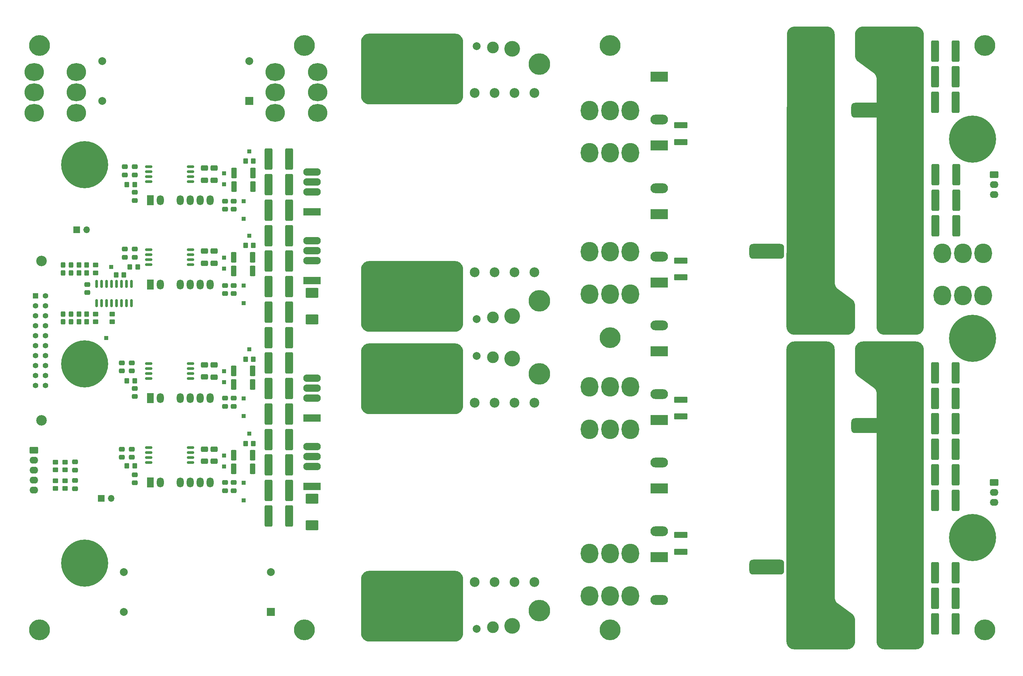
<source format=gbr>
%TF.GenerationSoftware,KiCad,Pcbnew,7.0.6*%
%TF.CreationDate,2023-08-12T12:52:26-07:00*%
%TF.ProjectId,Aux Power Supply V5,41757820-506f-4776-9572-20537570706c,rev?*%
%TF.SameCoordinates,Original*%
%TF.FileFunction,Soldermask,Top*%
%TF.FilePolarity,Negative*%
%FSLAX46Y46*%
G04 Gerber Fmt 4.6, Leading zero omitted, Abs format (unit mm)*
G04 Created by KiCad (PCBNEW 7.0.6) date 2023-08-12 12:52:26*
%MOMM*%
%LPD*%
G01*
G04 APERTURE LIST*
G04 Aperture macros list*
%AMRoundRect*
0 Rectangle with rounded corners*
0 $1 Rounding radius*
0 $2 $3 $4 $5 $6 $7 $8 $9 X,Y pos of 4 corners*
0 Add a 4 corners polygon primitive as box body*
4,1,4,$2,$3,$4,$5,$6,$7,$8,$9,$2,$3,0*
0 Add four circle primitives for the rounded corners*
1,1,$1+$1,$2,$3*
1,1,$1+$1,$4,$5*
1,1,$1+$1,$6,$7*
1,1,$1+$1,$8,$9*
0 Add four rect primitives between the rounded corners*
20,1,$1+$1,$2,$3,$4,$5,0*
20,1,$1+$1,$4,$5,$6,$7,0*
20,1,$1+$1,$6,$7,$8,$9,0*
20,1,$1+$1,$8,$9,$2,$3,0*%
G04 Aperture macros list end*
%ADD10RoundRect,0.249999X0.737501X2.450001X-0.737501X2.450001X-0.737501X-2.450001X0.737501X-2.450001X0*%
%ADD11R,4.500000X2.500000*%
%ADD12O,4.500000X2.500000*%
%ADD13RoundRect,0.250000X0.650000X-0.412500X0.650000X0.412500X-0.650000X0.412500X-0.650000X-0.412500X0*%
%ADD14RoundRect,0.250000X-0.475000X0.337500X-0.475000X-0.337500X0.475000X-0.337500X0.475000X0.337500X0*%
%ADD15RoundRect,0.250000X1.450000X-0.537500X1.450000X0.537500X-1.450000X0.537500X-1.450000X-0.537500X0*%
%ADD16C,5.300000*%
%ADD17O,4.500000X5.000000*%
%ADD18R,1.000000X1.000000*%
%ADD19R,1.700000X1.700000*%
%ADD20O,1.700000X1.700000*%
%ADD21O,5.000000X4.500000*%
%ADD22RoundRect,0.250000X0.350000X0.450000X-0.350000X0.450000X-0.350000X-0.450000X0.350000X-0.450000X0*%
%ADD23RoundRect,0.150000X-0.750000X-0.150000X0.750000X-0.150000X0.750000X0.150000X-0.750000X0.150000X0*%
%ADD24RoundRect,0.250000X-0.350000X-0.450000X0.350000X-0.450000X0.350000X0.450000X-0.350000X0.450000X0*%
%ADD25RoundRect,0.250000X0.450000X-0.350000X0.450000X0.350000X-0.450000X0.350000X-0.450000X-0.350000X0*%
%ADD26RoundRect,0.249999X0.450001X1.075001X-0.450001X1.075001X-0.450001X-1.075001X0.450001X-1.075001X0*%
%ADD27RoundRect,0.250000X0.475000X-0.337500X0.475000X0.337500X-0.475000X0.337500X-0.475000X-0.337500X0*%
%ADD28R,4.500000X1.905000*%
%ADD29O,4.500000X1.905000*%
%ADD30RoundRect,0.250000X0.300000X-0.300000X0.300000X0.300000X-0.300000X0.300000X-0.300000X-0.300000X0*%
%ADD31C,12.000000*%
%ADD32R,1.800000X2.540000*%
%ADD33O,1.800000X2.540000*%
%ADD34RoundRect,0.250000X-0.450000X0.350000X-0.450000X-0.350000X0.450000X-0.350000X0.450000X0.350000X0*%
%ADD35RoundRect,0.250000X1.400000X1.000000X-1.400000X1.000000X-1.400000X-1.000000X1.400000X-1.000000X0*%
%ADD36R,2.006600X2.006600*%
%ADD37C,2.006600*%
%ADD38RoundRect,0.952500X3.492500X0.952500X-3.492500X0.952500X-3.492500X-0.952500X3.492500X-0.952500X0*%
%ADD39RoundRect,0.250000X-0.325000X-0.450000X0.325000X-0.450000X0.325000X0.450000X-0.325000X0.450000X0*%
%ADD40RoundRect,0.250000X-0.845000X0.620000X-0.845000X-0.620000X0.845000X-0.620000X0.845000X0.620000X0*%
%ADD41O,2.190000X1.740000*%
%ADD42C,2.000000*%
%ADD43C,3.000000*%
%ADD44C,4.000000*%
%ADD45C,5.500000*%
%ADD46C,2.500000*%
%ADD47C,10.000000*%
%ADD48C,5.000000*%
%ADD49RoundRect,0.150000X0.150000X-0.825000X0.150000X0.825000X-0.150000X0.825000X-0.150000X-0.825000X0*%
%ADD50C,2.690000*%
%ADD51R,1.398000X1.398000*%
%ADD52C,1.398000*%
%ADD53C,8.500000*%
G04 APERTURE END LIST*
D10*
%TO.C,C70*%
X316137500Y-173500000D03*
X310862500Y-173500000D03*
%TD*%
D11*
%TO.C,R36*%
X240500000Y-177000000D03*
D12*
X240500000Y-187900000D03*
%TD*%
D13*
%TO.C,C54*%
X127000000Y-98427500D03*
X127000000Y-95302500D03*
%TD*%
D14*
%TO.C,C33*%
X132000000Y-175462500D03*
X132000000Y-177537500D03*
%TD*%
D15*
%TO.C,C63*%
X246000000Y-123137500D03*
X246000000Y-118862500D03*
%TD*%
D16*
%TO.C,H4*%
X323600000Y-213000000D03*
%TD*%
%TO.C,H8*%
X228000000Y-64000000D03*
%TD*%
D10*
%TO.C,C82*%
X316275000Y-97000000D03*
X311000000Y-97000000D03*
%TD*%
D17*
%TO.C,J9*%
X222790000Y-116600000D03*
X222790000Y-127400000D03*
X228000000Y-116600000D03*
X228000000Y-127400000D03*
X233210000Y-116600000D03*
X233210000Y-127400000D03*
%TD*%
%TO.C,J8*%
X222790000Y-80600000D03*
X222790000Y-91400000D03*
X228000000Y-80600000D03*
X228000000Y-91400000D03*
X233210000Y-80600000D03*
X233210000Y-91400000D03*
%TD*%
D10*
%TO.C,C9*%
X146137500Y-119000000D03*
X140862500Y-119000000D03*
%TD*%
%TO.C,C17*%
X146137500Y-99500000D03*
X140862500Y-99500000D03*
%TD*%
%TO.C,C80*%
X316275000Y-110000000D03*
X311000000Y-110000000D03*
%TD*%
D18*
%TO.C,TP13*%
X136000000Y-91000000D03*
%TD*%
D19*
%TO.C,JP2*%
X91975000Y-111000000D03*
D20*
X94515000Y-111000000D03*
%TD*%
D10*
%TO.C,C7*%
X146137500Y-132000000D03*
X140862500Y-132000000D03*
%TD*%
D18*
%TO.C,TP10*%
X134500000Y-129750000D03*
%TD*%
D16*
%TO.C,H1*%
X82500000Y-64000000D03*
%TD*%
D21*
%TO.C,J1*%
X142600000Y-81210000D03*
X153400000Y-81210000D03*
X142600000Y-76000000D03*
X153400000Y-76000000D03*
X142600000Y-70790000D03*
X153400000Y-70790000D03*
%TD*%
D10*
%TO.C,C76*%
X316137500Y-65500000D03*
X310862500Y-65500000D03*
%TD*%
D16*
%TO.C,H12*%
X150000000Y-213000000D03*
%TD*%
D10*
%TO.C,C79*%
X316137500Y-72000000D03*
X310862500Y-72000000D03*
%TD*%
D22*
%TO.C,R10*%
X94500000Y-122000000D03*
X92500000Y-122000000D03*
%TD*%
D14*
%TO.C,C39*%
X104250000Y-115962500D03*
X104250000Y-118037500D03*
%TD*%
D23*
%TO.C,U7*%
X110350000Y-94960000D03*
X110350000Y-96230000D03*
X110350000Y-97500000D03*
X110350000Y-98770000D03*
X121000000Y-98770000D03*
X121000000Y-97500000D03*
X121000000Y-96230000D03*
X121000000Y-94960000D03*
%TD*%
D14*
%TO.C,C43*%
X106750000Y-115962500D03*
X106750000Y-118037500D03*
%TD*%
D24*
%TO.C,R32*%
X135000000Y-165500000D03*
X137000000Y-165500000D03*
%TD*%
D25*
%TO.C,R13*%
X96750000Y-134500000D03*
X96750000Y-132500000D03*
%TD*%
D24*
%TO.C,R9*%
X92500000Y-134500000D03*
X94500000Y-134500000D03*
%TD*%
D26*
%TO.C,R26*%
X136800000Y-147000000D03*
X132000000Y-147000000D03*
%TD*%
D10*
%TO.C,C5*%
X146137500Y-125500000D03*
X140862500Y-125500000D03*
%TD*%
D11*
%TO.C,D12*%
X240500000Y-194500000D03*
D12*
X240500000Y-205400000D03*
%TD*%
D14*
%TO.C,C45*%
X103500000Y-166962500D03*
X103500000Y-169037500D03*
%TD*%
D10*
%TO.C,C77*%
X316137500Y-211500000D03*
X310862500Y-211500000D03*
%TD*%
D27*
%TO.C,C92*%
X106750000Y-175537500D03*
X106750000Y-173462500D03*
%TD*%
D10*
%TO.C,C83*%
X316275000Y-103500000D03*
X311000000Y-103500000D03*
%TD*%
%TO.C,C8*%
X146137500Y-171000000D03*
X140862500Y-171000000D03*
%TD*%
D18*
%TO.C,TP5*%
X134500000Y-103750000D03*
%TD*%
%TO.C,TP9*%
X134500000Y-108250000D03*
%TD*%
D10*
%TO.C,C6*%
X146137500Y-184000000D03*
X140862500Y-184000000D03*
%TD*%
D28*
%TO.C,Q1*%
X151990000Y-106480000D03*
D29*
X151990000Y-101400000D03*
X151990000Y-98860000D03*
X151990000Y-96320000D03*
%TD*%
D30*
%TO.C,D2*%
X129500000Y-120900000D03*
X129500000Y-118100000D03*
%TD*%
D11*
%TO.C,R33*%
X240500000Y-72000000D03*
D12*
X240500000Y-82900000D03*
%TD*%
D13*
%TO.C,C56*%
X124500000Y-119562500D03*
X124500000Y-116437500D03*
%TD*%
D14*
%TO.C,C30*%
X129750000Y-103712500D03*
X129750000Y-105787500D03*
%TD*%
D13*
%TO.C,C57*%
X127000000Y-119562500D03*
X127000000Y-116437500D03*
%TD*%
%TO.C,C52*%
X124500000Y-170062500D03*
X124500000Y-166937500D03*
%TD*%
D15*
%TO.C,C64*%
X246000000Y-158637500D03*
X246000000Y-154362500D03*
%TD*%
D14*
%TO.C,C18*%
X91500000Y-170212500D03*
X91500000Y-172287500D03*
%TD*%
D31*
%TO.C,H13*%
X320500000Y-189500200D03*
%TD*%
D26*
%TO.C,R22*%
X136900000Y-96500000D03*
X132100000Y-96500000D03*
%TD*%
D10*
%TO.C,C4*%
X146137500Y-145000000D03*
X140862500Y-145000000D03*
%TD*%
%TO.C,C81*%
X316137500Y-198500000D03*
X310862500Y-198500000D03*
%TD*%
D32*
%TO.C,U3*%
X110760000Y-103500000D03*
D33*
X113300000Y-103500000D03*
X118380000Y-103500000D03*
X120920000Y-103500000D03*
X123460000Y-103500000D03*
X126000000Y-103500000D03*
%TD*%
D10*
%TO.C,C11*%
X146137500Y-112500000D03*
X140862500Y-112500000D03*
%TD*%
D26*
%TO.C,R23*%
X136800000Y-121500000D03*
X132000000Y-121500000D03*
%TD*%
D18*
%TO.C,TP8*%
X134500000Y-175500000D03*
%TD*%
D14*
%TO.C,C40*%
X103500000Y-144962500D03*
X103500000Y-147037500D03*
%TD*%
D34*
%TO.C,R6*%
X86500000Y-170250000D03*
X86500000Y-172250000D03*
%TD*%
D26*
%TO.C,R27*%
X136800000Y-172000000D03*
X132000000Y-172000000D03*
%TD*%
D14*
%TO.C,C37*%
X129750000Y-175462500D03*
X129750000Y-177537500D03*
%TD*%
D35*
%TO.C,D7*%
X152000000Y-133900000D03*
X152000000Y-127100000D03*
%TD*%
D10*
%TO.C,C68*%
X316137500Y-180000000D03*
X310862500Y-180000000D03*
%TD*%
D18*
%TO.C,TP12*%
X134500000Y-180000000D03*
%TD*%
D15*
%TO.C,C65*%
X246000000Y-193137500D03*
X246000000Y-188862500D03*
%TD*%
D34*
%TO.C,R38*%
X89000000Y-175000000D03*
X89000000Y-177000000D03*
%TD*%
D27*
%TO.C,C88*%
X91500000Y-177037500D03*
X91500000Y-174962500D03*
%TD*%
D32*
%TO.C,U4*%
X110760000Y-124960000D03*
D33*
X113300000Y-124960000D03*
X118380000Y-124960000D03*
X120920000Y-124960000D03*
X123460000Y-124960000D03*
X126000000Y-124960000D03*
%TD*%
D27*
%TO.C,C90*%
X106750000Y-153537500D03*
X106750000Y-151462500D03*
%TD*%
D36*
%TO.C,C19*%
X136000000Y-78200000D03*
D37*
X136000000Y-68000000D03*
X98499997Y-78200000D03*
X98499997Y-68000000D03*
%TD*%
D18*
%TO.C,TP4*%
X100750000Y-120500000D03*
%TD*%
D23*
%TO.C,U9*%
X110350000Y-145095000D03*
X110350000Y-146365000D03*
X110350000Y-147635000D03*
X110350000Y-148905000D03*
X121000000Y-148905000D03*
X121000000Y-147635000D03*
X121000000Y-146365000D03*
X121000000Y-145095000D03*
%TD*%
D36*
%TO.C,C20*%
X141500000Y-208500000D03*
D37*
X141500000Y-198300000D03*
X103999997Y-208500000D03*
X103999997Y-198300000D03*
%TD*%
D31*
%TO.C,H5*%
X320500000Y-138700200D03*
%TD*%
D19*
%TO.C,JP1*%
X98225000Y-179500000D03*
D20*
X100765000Y-179500000D03*
%TD*%
D23*
%TO.C,U10*%
X110350000Y-166595000D03*
X110350000Y-167865000D03*
X110350000Y-169135000D03*
X110350000Y-170405000D03*
X121000000Y-170405000D03*
X121000000Y-169135000D03*
X121000000Y-167865000D03*
X121000000Y-166595000D03*
%TD*%
D38*
%TO.C,L2*%
X268000000Y-197000000D03*
X294000000Y-161000000D03*
%TD*%
D24*
%TO.C,R31*%
X135000000Y-144000000D03*
X137000000Y-144000000D03*
%TD*%
D10*
%TO.C,C67*%
X316137500Y-78500000D03*
X310862500Y-78500000D03*
%TD*%
D39*
%TO.C,L3*%
X88475000Y-132500000D03*
X90525000Y-132500000D03*
%TD*%
D26*
%TO.C,R28*%
X136800000Y-168500000D03*
X132000000Y-168500000D03*
%TD*%
D40*
%TO.C,J3*%
X325980000Y-96960000D03*
D41*
X325980000Y-99500000D03*
X325980000Y-102040000D03*
%TD*%
D13*
%TO.C,C53*%
X127000000Y-170062500D03*
X127000000Y-166937500D03*
%TD*%
D28*
%TO.C,Q3*%
X151990000Y-158980000D03*
D29*
X151990000Y-153900000D03*
X151990000Y-151360000D03*
X151990000Y-148820000D03*
%TD*%
D17*
%TO.C,J10*%
X222790000Y-151100000D03*
X222790000Y-161900000D03*
X228000000Y-151100000D03*
X228000000Y-161900000D03*
X233210000Y-151100000D03*
X233210000Y-161900000D03*
%TD*%
D34*
%TO.C,R14*%
X96750000Y-120000000D03*
X96750000Y-122000000D03*
%TD*%
D39*
%TO.C,L5*%
X88475000Y-122000000D03*
X90525000Y-122000000D03*
%TD*%
%TO.C,L4*%
X88475000Y-134500000D03*
X90525000Y-134500000D03*
%TD*%
D24*
%TO.C,R20*%
X102000000Y-122500000D03*
X104000000Y-122500000D03*
%TD*%
D16*
%TO.C,H3*%
X323600000Y-64000000D03*
%TD*%
D14*
%TO.C,C41*%
X106000000Y-166962500D03*
X106000000Y-169037500D03*
%TD*%
D31*
%TO.C,H15*%
X94000000Y-145250200D03*
%TD*%
D11*
%TO.C,D10*%
X240500000Y-124500000D03*
D12*
X240500000Y-135400000D03*
%TD*%
D26*
%TO.C,R21*%
X136900000Y-100000000D03*
X132100000Y-100000000D03*
%TD*%
D30*
%TO.C,D1*%
X129500000Y-99400000D03*
X129500000Y-96600000D03*
%TD*%
D14*
%TO.C,C44*%
X106000000Y-144962500D03*
X106000000Y-147037500D03*
%TD*%
D18*
%TO.C,TP1*%
X99500000Y-138600000D03*
%TD*%
D34*
%TO.C,R19*%
X101000000Y-132500000D03*
X101000000Y-134500000D03*
%TD*%
D42*
%TO.C,T2*%
X193980386Y-212772500D03*
D43*
X198124454Y-212397500D03*
D44*
X203021116Y-212022500D03*
D45*
X209980000Y-208125000D03*
D46*
X193470000Y-200822500D03*
X198550000Y-200822500D03*
X203630000Y-200822500D03*
X208710000Y-200822500D03*
X193470000Y-155102500D03*
X198550000Y-155102500D03*
X203630000Y-155102500D03*
X208710000Y-155102500D03*
D45*
X209980000Y-147800000D03*
D44*
X203021116Y-143902500D03*
D43*
X198124454Y-143527500D03*
D42*
X193980386Y-143152500D03*
D44*
X173150000Y-155102500D03*
X178230000Y-155102500D03*
X183310000Y-155102500D03*
X188390000Y-155102500D03*
D47*
X171880000Y-147800000D03*
D48*
X178838884Y-143902500D03*
D44*
X183735546Y-143527500D03*
D43*
X187879614Y-143152500D03*
X187879614Y-212772500D03*
D44*
X183735546Y-212397500D03*
D48*
X178838884Y-212022500D03*
D47*
X171880000Y-208125000D03*
D44*
X173150000Y-200822500D03*
X178230000Y-200822500D03*
X183310000Y-200822500D03*
X188390000Y-200822500D03*
%TD*%
D28*
%TO.C,Q2*%
X151990000Y-123980000D03*
D29*
X151990000Y-118900000D03*
X151990000Y-116360000D03*
X151990000Y-113820000D03*
%TD*%
D38*
%TO.C,L2*%
X268000000Y-116500000D03*
X294000000Y-80500000D03*
%TD*%
D17*
%TO.C,J11*%
X222790000Y-193600000D03*
X222790000Y-204400000D03*
X228000000Y-193600000D03*
X228000000Y-204400000D03*
X233210000Y-193600000D03*
X233210000Y-204400000D03*
%TD*%
D28*
%TO.C,Q4*%
X151990000Y-176480000D03*
D29*
X151990000Y-171400000D03*
X151990000Y-168860000D03*
X151990000Y-166320000D03*
%TD*%
D10*
%TO.C,C75*%
X316137500Y-205000000D03*
X310862500Y-205000000D03*
%TD*%
D11*
%TO.C,D11*%
X240500000Y-159500000D03*
D12*
X240500000Y-170400000D03*
%TD*%
D11*
%TO.C,D9*%
X240500000Y-89500000D03*
D12*
X240500000Y-100400000D03*
%TD*%
D14*
%TO.C,C34*%
X132000000Y-103712500D03*
X132000000Y-105787500D03*
%TD*%
D26*
%TO.C,R25*%
X136800000Y-150500000D03*
X132000000Y-150500000D03*
%TD*%
D30*
%TO.C,D3*%
X129500000Y-149900000D03*
X129500000Y-147100000D03*
%TD*%
D40*
%TO.C,J4*%
X81000000Y-167210000D03*
D41*
X81000000Y-169750000D03*
X81000000Y-172290000D03*
X81000000Y-174830000D03*
X81000000Y-177370000D03*
%TD*%
D10*
%TO.C,C3*%
X146137500Y-106000000D03*
X140862500Y-106000000D03*
%TD*%
D23*
%TO.C,U8*%
X110350000Y-116095000D03*
X110350000Y-117365000D03*
X110350000Y-118635000D03*
X110350000Y-119905000D03*
X121000000Y-119905000D03*
X121000000Y-118635000D03*
X121000000Y-117365000D03*
X121000000Y-116095000D03*
%TD*%
D10*
%TO.C,C12*%
X146137500Y-177500000D03*
X140862500Y-177500000D03*
%TD*%
D14*
%TO.C,C31*%
X132000000Y-125212500D03*
X132000000Y-127287500D03*
%TD*%
D24*
%TO.C,R30*%
X135000000Y-115000000D03*
X137000000Y-115000000D03*
%TD*%
D13*
%TO.C,C51*%
X127000000Y-148625000D03*
X127000000Y-145500000D03*
%TD*%
D27*
%TO.C,C89*%
X106750000Y-103537500D03*
X106750000Y-101462500D03*
%TD*%
D26*
%TO.C,R24*%
X136800000Y-118000000D03*
X132000000Y-118000000D03*
%TD*%
D21*
%TO.C,J6*%
X81100000Y-81210000D03*
X91900000Y-81210000D03*
X81100000Y-76000000D03*
X91900000Y-76000000D03*
X81100000Y-70790000D03*
X91900000Y-70790000D03*
%TD*%
D11*
%TO.C,R35*%
X240500000Y-142000000D03*
D12*
X240500000Y-152900000D03*
%TD*%
D31*
%TO.C,H7*%
X94000000Y-196050200D03*
%TD*%
D24*
%TO.C,R29*%
X135000000Y-93500000D03*
X137000000Y-93500000D03*
%TD*%
D10*
%TO.C,C72*%
X316137500Y-167000000D03*
X310862500Y-167000000D03*
%TD*%
%TO.C,C10*%
X146137500Y-158000000D03*
X140862500Y-158000000D03*
%TD*%
D35*
%TO.C,D5*%
X152000000Y-186400000D03*
X152000000Y-179600000D03*
%TD*%
D18*
%TO.C,TP15*%
X136000000Y-141500000D03*
%TD*%
D49*
%TO.C,U2*%
X97055000Y-129725000D03*
X98325000Y-129725000D03*
X99595000Y-129725000D03*
X100865000Y-129725000D03*
X102135000Y-129725000D03*
X103405000Y-129725000D03*
X104675000Y-129725000D03*
X105945000Y-129725000D03*
X105945000Y-124775000D03*
X104675000Y-124775000D03*
X103405000Y-124775000D03*
X102135000Y-124775000D03*
X100865000Y-124775000D03*
X99595000Y-124775000D03*
X98325000Y-124775000D03*
X97055000Y-124775000D03*
%TD*%
D50*
%TO.C,J5*%
X82985000Y-118967500D03*
X82985000Y-159607500D03*
D51*
X81465000Y-127857500D03*
D52*
X84005000Y-127857500D03*
X81465000Y-130397500D03*
X84005000Y-130397500D03*
X81465000Y-132937500D03*
X84005000Y-132937500D03*
X81465000Y-135477500D03*
X84005000Y-135477500D03*
X81465000Y-138017500D03*
X84005000Y-138017500D03*
X81465000Y-140557500D03*
X84005000Y-140557500D03*
X81465000Y-143097500D03*
X84005000Y-143097500D03*
X81465000Y-145637500D03*
X84005000Y-145637500D03*
X81465000Y-148177500D03*
X84005000Y-148177500D03*
X81465000Y-150717500D03*
X84005000Y-150717500D03*
%TD*%
D31*
%TO.C,H6*%
X320500000Y-87900200D03*
%TD*%
D32*
%TO.C,U6*%
X110760000Y-175460000D03*
D33*
X113300000Y-175460000D03*
X118380000Y-175460000D03*
X120920000Y-175460000D03*
X123460000Y-175460000D03*
X126000000Y-175460000D03*
%TD*%
D30*
%TO.C,D4*%
X129500000Y-171400000D03*
X129500000Y-168600000D03*
%TD*%
D13*
%TO.C,C46*%
X124500000Y-98427500D03*
X124500000Y-95302500D03*
%TD*%
D22*
%TO.C,R39*%
X106750000Y-99500000D03*
X104750000Y-99500000D03*
%TD*%
D48*
%TO.C,L1*%
X286613706Y-134412500D03*
D53*
X279500000Y-131250000D03*
D48*
X287027489Y-129911480D03*
D43*
X275372500Y-121372500D03*
X275372500Y-116292500D03*
X275372500Y-111212500D03*
X275372500Y-85812500D03*
X275372500Y-80732500D03*
X275372500Y-75652500D03*
D53*
X279500000Y-65775000D03*
X301725000Y-131250000D03*
D43*
X305852500Y-121372500D03*
X305852500Y-116292500D03*
X305852500Y-111212500D03*
X305852500Y-85812500D03*
X305852500Y-80732500D03*
X305852500Y-75652500D03*
D48*
X294197511Y-67113520D03*
D53*
X301725000Y-65775000D03*
D48*
X294611294Y-62612500D03*
%TD*%
D18*
%TO.C,TP16*%
X136000000Y-163000000D03*
%TD*%
D10*
%TO.C,C2*%
X146137500Y-151500000D03*
X140862500Y-151500000D03*
%TD*%
D22*
%TO.C,R42*%
X106750000Y-171250000D03*
X104750000Y-171250000D03*
%TD*%
D11*
%TO.C,R34*%
X240500000Y-107000000D03*
D12*
X240500000Y-117900000D03*
%TD*%
D32*
%TO.C,U5*%
X110760000Y-153960000D03*
D33*
X113300000Y-153960000D03*
X118380000Y-153960000D03*
X120920000Y-153960000D03*
X123460000Y-153960000D03*
X126000000Y-153960000D03*
%TD*%
D39*
%TO.C,L6*%
X88475000Y-120000000D03*
X90525000Y-120000000D03*
%TD*%
D18*
%TO.C,TP7*%
X134500000Y-154000000D03*
%TD*%
D14*
%TO.C,C38*%
X104250000Y-94962500D03*
X104250000Y-97037500D03*
%TD*%
D18*
%TO.C,TP6*%
X134500000Y-125250000D03*
%TD*%
D10*
%TO.C,C1*%
X146137500Y-93000000D03*
X140862500Y-93000000D03*
%TD*%
%TO.C,C50*%
X316137500Y-160500000D03*
X310862500Y-160500000D03*
%TD*%
D25*
%TO.C,R7*%
X89000000Y-172250000D03*
X89000000Y-170250000D03*
%TD*%
D14*
%TO.C,C32*%
X132000000Y-153962500D03*
X132000000Y-156037500D03*
%TD*%
D18*
%TO.C,TP14*%
X136000000Y-112500000D03*
%TD*%
D31*
%TO.C,H14*%
X94000000Y-94450200D03*
%TD*%
D10*
%TO.C,C49*%
X316137500Y-154000000D03*
X310862500Y-154000000D03*
%TD*%
D22*
%TO.C,R41*%
X107500000Y-120500000D03*
X105500000Y-120500000D03*
%TD*%
D10*
%TO.C,C13*%
X146137500Y-138500000D03*
X140862500Y-138500000D03*
%TD*%
D40*
%TO.C,J12*%
X326000000Y-175460000D03*
D41*
X326000000Y-178000000D03*
X326000000Y-180540000D03*
%TD*%
D22*
%TO.C,R40*%
X106750000Y-149500000D03*
X104750000Y-149500000D03*
%TD*%
D18*
%TO.C,TP11*%
X134500000Y-158500000D03*
%TD*%
D14*
%TO.C,C35*%
X129750000Y-125212500D03*
X129750000Y-127287500D03*
%TD*%
D16*
%TO.C,H9*%
X228000000Y-138500000D03*
%TD*%
D10*
%TO.C,C47*%
X316137500Y-147500000D03*
X310862500Y-147500000D03*
%TD*%
D42*
%TO.C,T1*%
X193980386Y-133772500D03*
D43*
X198124454Y-133397500D03*
D44*
X203021116Y-133022500D03*
D45*
X209980000Y-129125000D03*
D46*
X193470000Y-121822500D03*
X198550000Y-121822500D03*
X203630000Y-121822500D03*
X208710000Y-121822500D03*
X193470000Y-76102500D03*
X198550000Y-76102500D03*
X203630000Y-76102500D03*
X208710000Y-76102500D03*
D45*
X209980000Y-68800000D03*
D44*
X203021116Y-64902500D03*
D43*
X198124454Y-64527500D03*
D42*
X193980386Y-64152500D03*
D44*
X173150000Y-76102500D03*
X178230000Y-76102500D03*
X183310000Y-76102500D03*
X188390000Y-76102500D03*
D47*
X171880000Y-68800000D03*
D48*
X178838884Y-64902500D03*
D44*
X183735546Y-64527500D03*
D43*
X187879614Y-64152500D03*
X187879614Y-133772500D03*
D44*
X183735546Y-133397500D03*
D48*
X178838884Y-133022500D03*
D47*
X171880000Y-129125000D03*
D44*
X173150000Y-121822500D03*
X178230000Y-121822500D03*
X183310000Y-121822500D03*
X188390000Y-121822500D03*
%TD*%
D14*
%TO.C,C36*%
X129750000Y-153962500D03*
X129750000Y-156037500D03*
%TD*%
D16*
%TO.C,H11*%
X150000000Y-64000000D03*
%TD*%
D25*
%TO.C,R37*%
X86500000Y-177000000D03*
X86500000Y-175000000D03*
%TD*%
D14*
%TO.C,C42*%
X106750000Y-94962500D03*
X106750000Y-97037500D03*
%TD*%
D24*
%TO.C,R11*%
X92500000Y-120000000D03*
X94500000Y-120000000D03*
%TD*%
D16*
%TO.C,H2*%
X82500000Y-213000000D03*
%TD*%
%TO.C,H10*%
X228000000Y-213000000D03*
%TD*%
D14*
%TO.C,C21*%
X94650000Y-124962500D03*
X94650000Y-127037500D03*
%TD*%
D22*
%TO.C,R8*%
X94500000Y-132500000D03*
X92500000Y-132500000D03*
%TD*%
D48*
%TO.C,L2*%
X286613706Y-214637500D03*
D53*
X279500000Y-211475000D03*
D48*
X287027489Y-210136480D03*
D43*
X275372500Y-201597500D03*
X275372500Y-196517500D03*
X275372500Y-191437500D03*
X275372500Y-166037500D03*
X275372500Y-160957500D03*
X275372500Y-155877500D03*
D53*
X279500000Y-146000000D03*
X301725000Y-211475000D03*
D43*
X305852500Y-201597500D03*
X305852500Y-196517500D03*
X305852500Y-191437500D03*
X305852500Y-166037500D03*
X305852500Y-160957500D03*
X305852500Y-155877500D03*
D48*
X294197511Y-147338520D03*
D53*
X301725000Y-146000000D03*
D48*
X294611294Y-142837500D03*
%TD*%
D17*
%TO.C,J2*%
X323210000Y-127800000D03*
X323210000Y-117000000D03*
X318000000Y-127800000D03*
X318000000Y-117000000D03*
X312790000Y-127800000D03*
X312790000Y-117000000D03*
%TD*%
D15*
%TO.C,C62*%
X246000000Y-88637500D03*
X246000000Y-84362500D03*
%TD*%
D13*
%TO.C,C48*%
X124500000Y-148562500D03*
X124500000Y-145437500D03*
%TD*%
D10*
%TO.C,C14*%
X146137500Y-164500000D03*
X140862500Y-164500000D03*
%TD*%
G36*
X283302244Y-59178539D02*
G01*
X283575644Y-59198092D01*
X283593439Y-59200651D01*
X283854654Y-59257475D01*
X283871904Y-59262539D01*
X284122386Y-59355964D01*
X284138738Y-59363432D01*
X284373374Y-59491553D01*
X284388498Y-59501273D01*
X284602509Y-59661480D01*
X284616095Y-59673253D01*
X284805124Y-59862282D01*
X284816897Y-59875868D01*
X284977104Y-60089879D01*
X284986824Y-60105003D01*
X285114945Y-60339639D01*
X285122413Y-60355991D01*
X285215838Y-60606473D01*
X285220902Y-60623723D01*
X285277726Y-60884938D01*
X285280285Y-60902732D01*
X285299839Y-61176133D01*
X285300000Y-61180629D01*
X285300000Y-124484422D01*
X285317993Y-124752100D01*
X285317994Y-124752105D01*
X285371654Y-125014973D01*
X285371655Y-125014977D01*
X285460014Y-125268294D01*
X285460014Y-125268295D01*
X285581487Y-125507515D01*
X285581491Y-125507522D01*
X285733876Y-125728312D01*
X285733879Y-125728316D01*
X285914458Y-125926739D01*
X286119972Y-126099211D01*
X289678320Y-128699541D01*
X289681649Y-128702150D01*
X289882293Y-128870535D01*
X289888395Y-128876396D01*
X290063267Y-129068549D01*
X290068529Y-129075174D01*
X290216102Y-129288991D01*
X290220430Y-129296261D01*
X290338066Y-129527925D01*
X290341382Y-129535709D01*
X290426948Y-129781019D01*
X290429192Y-129789176D01*
X290481157Y-130043737D01*
X290482290Y-130052122D01*
X290499858Y-130313461D01*
X290500000Y-130317687D01*
X290500000Y-135776126D01*
X290499839Y-135780622D01*
X290480285Y-136054023D01*
X290477726Y-136071817D01*
X290420902Y-136333032D01*
X290415838Y-136350282D01*
X290322413Y-136600764D01*
X290314945Y-136617116D01*
X290186824Y-136851752D01*
X290177104Y-136866876D01*
X290016897Y-137080887D01*
X290005124Y-137094473D01*
X289816095Y-137283502D01*
X289802509Y-137295275D01*
X289588498Y-137455482D01*
X289573374Y-137465202D01*
X289338738Y-137593323D01*
X289322386Y-137600791D01*
X289071904Y-137694216D01*
X289054654Y-137699280D01*
X288793439Y-137756104D01*
X288775645Y-137758663D01*
X288502244Y-137778217D01*
X288497748Y-137778378D01*
X275004793Y-137778378D01*
X275000293Y-137778217D01*
X274726687Y-137758632D01*
X274708879Y-137756070D01*
X274447451Y-137699153D01*
X274430188Y-137694080D01*
X274179531Y-137600507D01*
X274163168Y-137593027D01*
X273928403Y-137464712D01*
X273913271Y-137454978D01*
X273699166Y-137294526D01*
X273685576Y-137282736D01*
X273496510Y-137093430D01*
X273484737Y-137079824D01*
X273324563Y-136865520D01*
X273314848Y-136850377D01*
X273186829Y-136615444D01*
X273179370Y-136599070D01*
X273086118Y-136348299D01*
X273081067Y-136331031D01*
X273024482Y-136069533D01*
X273021942Y-136051721D01*
X273002705Y-135778078D01*
X273002550Y-135773579D01*
X273097456Y-61178080D01*
X273097622Y-61173588D01*
X273117491Y-60900440D01*
X273120068Y-60882663D01*
X273177135Y-60621711D01*
X273182214Y-60604480D01*
X273275808Y-60354297D01*
X273283285Y-60337965D01*
X273411500Y-60103639D01*
X273421224Y-60088535D01*
X273581468Y-59874809D01*
X273593240Y-59861242D01*
X273782239Y-59672484D01*
X273795821Y-59660729D01*
X274009740Y-59500764D01*
X274024856Y-59491059D01*
X274259357Y-59363135D01*
X274275700Y-59355678D01*
X274525996Y-59262406D01*
X274543231Y-59257350D01*
X274804258Y-59200613D01*
X274822040Y-59198058D01*
X275095207Y-59178538D01*
X275099699Y-59178378D01*
X283297748Y-59178378D01*
X283302244Y-59178539D01*
G37*
G36*
X188502244Y-61000161D02*
G01*
X188775644Y-61019714D01*
X188793439Y-61022273D01*
X189054654Y-61079097D01*
X189071904Y-61084161D01*
X189322386Y-61177586D01*
X189338738Y-61185054D01*
X189573374Y-61313175D01*
X189588498Y-61322895D01*
X189802509Y-61483102D01*
X189816095Y-61494875D01*
X190005124Y-61683904D01*
X190016897Y-61697490D01*
X190177104Y-61911501D01*
X190186824Y-61926625D01*
X190314945Y-62161261D01*
X190322413Y-62177613D01*
X190415838Y-62428095D01*
X190420902Y-62445345D01*
X190477726Y-62706560D01*
X190480285Y-62724354D01*
X190499839Y-62997755D01*
X190500000Y-63002251D01*
X190500000Y-76997748D01*
X190499839Y-77002244D01*
X190480285Y-77275645D01*
X190477726Y-77293439D01*
X190420902Y-77554654D01*
X190415838Y-77571904D01*
X190322413Y-77822386D01*
X190314945Y-77838738D01*
X190186824Y-78073374D01*
X190177104Y-78088498D01*
X190016897Y-78302509D01*
X190005124Y-78316095D01*
X189816095Y-78505124D01*
X189802509Y-78516897D01*
X189588498Y-78677104D01*
X189573374Y-78686824D01*
X189338738Y-78814945D01*
X189322386Y-78822413D01*
X189071904Y-78915838D01*
X189054654Y-78920902D01*
X188793439Y-78977726D01*
X188775645Y-78980285D01*
X188502244Y-78999839D01*
X188497748Y-79000000D01*
X166502252Y-79000000D01*
X166497756Y-78999839D01*
X166224354Y-78980285D01*
X166206560Y-78977726D01*
X165945345Y-78920902D01*
X165928095Y-78915838D01*
X165677613Y-78822413D01*
X165661261Y-78814945D01*
X165426625Y-78686824D01*
X165411501Y-78677104D01*
X165197490Y-78516897D01*
X165183904Y-78505124D01*
X164994875Y-78316095D01*
X164983102Y-78302509D01*
X164822895Y-78088498D01*
X164813175Y-78073374D01*
X164685054Y-77838738D01*
X164677586Y-77822386D01*
X164584161Y-77571904D01*
X164579097Y-77554654D01*
X164522273Y-77293439D01*
X164519714Y-77275644D01*
X164500161Y-77002244D01*
X164500000Y-76997748D01*
X164500000Y-63002251D01*
X164500161Y-62997755D01*
X164519714Y-62724355D01*
X164522273Y-62706560D01*
X164579097Y-62445345D01*
X164584161Y-62428095D01*
X164677586Y-62177613D01*
X164685054Y-62161261D01*
X164813175Y-61926625D01*
X164822895Y-61911501D01*
X164983102Y-61697490D01*
X164994875Y-61683904D01*
X165183904Y-61494875D01*
X165197490Y-61483102D01*
X165411501Y-61322895D01*
X165426625Y-61313175D01*
X165661261Y-61185054D01*
X165677613Y-61177586D01*
X165928095Y-61084161D01*
X165945345Y-61079097D01*
X166206560Y-61022273D01*
X166224355Y-61019714D01*
X166497756Y-61000161D01*
X166502252Y-61000000D01*
X188497748Y-61000000D01*
X188502244Y-61000161D01*
G37*
G36*
X188502244Y-198000161D02*
G01*
X188775644Y-198019714D01*
X188793439Y-198022273D01*
X189054654Y-198079097D01*
X189071904Y-198084161D01*
X189322386Y-198177586D01*
X189338738Y-198185054D01*
X189573374Y-198313175D01*
X189588498Y-198322895D01*
X189802509Y-198483102D01*
X189816095Y-198494875D01*
X190005124Y-198683904D01*
X190016897Y-198697490D01*
X190177104Y-198911501D01*
X190186824Y-198926625D01*
X190314945Y-199161261D01*
X190322413Y-199177613D01*
X190415838Y-199428095D01*
X190420902Y-199445345D01*
X190477726Y-199706560D01*
X190480285Y-199724354D01*
X190499839Y-199997755D01*
X190500000Y-200002251D01*
X190500000Y-213997748D01*
X190499839Y-214002244D01*
X190480285Y-214275645D01*
X190477726Y-214293439D01*
X190420902Y-214554654D01*
X190415838Y-214571904D01*
X190322413Y-214822386D01*
X190314945Y-214838738D01*
X190186824Y-215073374D01*
X190177104Y-215088498D01*
X190016897Y-215302509D01*
X190005124Y-215316095D01*
X189816095Y-215505124D01*
X189802509Y-215516897D01*
X189588498Y-215677104D01*
X189573374Y-215686824D01*
X189338738Y-215814945D01*
X189322386Y-215822413D01*
X189071904Y-215915838D01*
X189054654Y-215920902D01*
X188793439Y-215977726D01*
X188775645Y-215980285D01*
X188502244Y-215999839D01*
X188497748Y-216000000D01*
X166502252Y-216000000D01*
X166497756Y-215999839D01*
X166224354Y-215980285D01*
X166206560Y-215977726D01*
X165945345Y-215920902D01*
X165928095Y-215915838D01*
X165677613Y-215822413D01*
X165661261Y-215814945D01*
X165426625Y-215686824D01*
X165411501Y-215677104D01*
X165197490Y-215516897D01*
X165183904Y-215505124D01*
X164994875Y-215316095D01*
X164983102Y-215302509D01*
X164822895Y-215088498D01*
X164813175Y-215073374D01*
X164685054Y-214838738D01*
X164677586Y-214822386D01*
X164584161Y-214571904D01*
X164579097Y-214554654D01*
X164522273Y-214293439D01*
X164519714Y-214275644D01*
X164500161Y-214002244D01*
X164500000Y-213997748D01*
X164500000Y-200002251D01*
X164500161Y-199997755D01*
X164519714Y-199724355D01*
X164522273Y-199706560D01*
X164579097Y-199445345D01*
X164584161Y-199428095D01*
X164677586Y-199177613D01*
X164685054Y-199161261D01*
X164813175Y-198926625D01*
X164822895Y-198911501D01*
X164983102Y-198697490D01*
X164994875Y-198683904D01*
X165183904Y-198494875D01*
X165197490Y-198483102D01*
X165411501Y-198322895D01*
X165426625Y-198313175D01*
X165661261Y-198185054D01*
X165677613Y-198177586D01*
X165928095Y-198084161D01*
X165945345Y-198079097D01*
X166206560Y-198022273D01*
X166224355Y-198019714D01*
X166497756Y-198000161D01*
X166502252Y-198000000D01*
X188497748Y-198000000D01*
X188502244Y-198000161D01*
G37*
G36*
X188502244Y-140000161D02*
G01*
X188775644Y-140019714D01*
X188793439Y-140022273D01*
X189054654Y-140079097D01*
X189071904Y-140084161D01*
X189322386Y-140177586D01*
X189338738Y-140185054D01*
X189573374Y-140313175D01*
X189588498Y-140322895D01*
X189802509Y-140483102D01*
X189816095Y-140494875D01*
X190005124Y-140683904D01*
X190016897Y-140697490D01*
X190177104Y-140911501D01*
X190186824Y-140926625D01*
X190314945Y-141161261D01*
X190322413Y-141177613D01*
X190415838Y-141428095D01*
X190420902Y-141445345D01*
X190477726Y-141706560D01*
X190480285Y-141724354D01*
X190499839Y-141997755D01*
X190500000Y-142002251D01*
X190500000Y-155997748D01*
X190499839Y-156002244D01*
X190480285Y-156275645D01*
X190477726Y-156293439D01*
X190420902Y-156554654D01*
X190415838Y-156571904D01*
X190322413Y-156822386D01*
X190314945Y-156838738D01*
X190186824Y-157073374D01*
X190177104Y-157088498D01*
X190016897Y-157302509D01*
X190005124Y-157316095D01*
X189816095Y-157505124D01*
X189802509Y-157516897D01*
X189588498Y-157677104D01*
X189573374Y-157686824D01*
X189338738Y-157814945D01*
X189322386Y-157822413D01*
X189071904Y-157915838D01*
X189054654Y-157920902D01*
X188793439Y-157977726D01*
X188775645Y-157980285D01*
X188502244Y-157999839D01*
X188497748Y-158000000D01*
X166502252Y-158000000D01*
X166497756Y-157999839D01*
X166224354Y-157980285D01*
X166206560Y-157977726D01*
X165945345Y-157920902D01*
X165928095Y-157915838D01*
X165677613Y-157822413D01*
X165661261Y-157814945D01*
X165426625Y-157686824D01*
X165411501Y-157677104D01*
X165197490Y-157516897D01*
X165183904Y-157505124D01*
X164994875Y-157316095D01*
X164983102Y-157302509D01*
X164822895Y-157088498D01*
X164813175Y-157073374D01*
X164685054Y-156838738D01*
X164677586Y-156822386D01*
X164584161Y-156571904D01*
X164579097Y-156554654D01*
X164522273Y-156293439D01*
X164519714Y-156275644D01*
X164500161Y-156002244D01*
X164500000Y-155997748D01*
X164500000Y-142002251D01*
X164500161Y-141997755D01*
X164519714Y-141724355D01*
X164522273Y-141706560D01*
X164579097Y-141445345D01*
X164584161Y-141428095D01*
X164677586Y-141177613D01*
X164685054Y-141161261D01*
X164813175Y-140926625D01*
X164822895Y-140911501D01*
X164983102Y-140697490D01*
X164994875Y-140683904D01*
X165183904Y-140494875D01*
X165197490Y-140483102D01*
X165411501Y-140322895D01*
X165426625Y-140313175D01*
X165661261Y-140185054D01*
X165677613Y-140177586D01*
X165928095Y-140084161D01*
X165945345Y-140079097D01*
X166206560Y-140022273D01*
X166224355Y-140019714D01*
X166497756Y-140000161D01*
X166502252Y-140000000D01*
X188497748Y-140000000D01*
X188502244Y-140000161D01*
G37*
G36*
X306002244Y-59200161D02*
G01*
X306275644Y-59219714D01*
X306293439Y-59222273D01*
X306554654Y-59279097D01*
X306571904Y-59284161D01*
X306822386Y-59377586D01*
X306838738Y-59385054D01*
X307073374Y-59513175D01*
X307088498Y-59522895D01*
X307302509Y-59683102D01*
X307316095Y-59694875D01*
X307505124Y-59883904D01*
X307516897Y-59897490D01*
X307677104Y-60111501D01*
X307686824Y-60126625D01*
X307814945Y-60361261D01*
X307822413Y-60377613D01*
X307915838Y-60628095D01*
X307920902Y-60645345D01*
X307977726Y-60906560D01*
X307980285Y-60924354D01*
X307999839Y-61197755D01*
X308000000Y-61202251D01*
X308000000Y-135797748D01*
X307999839Y-135802244D01*
X307980285Y-136075645D01*
X307977726Y-136093439D01*
X307920902Y-136354654D01*
X307915838Y-136371904D01*
X307822413Y-136622386D01*
X307814945Y-136638738D01*
X307686824Y-136873374D01*
X307677104Y-136888498D01*
X307516897Y-137102509D01*
X307505124Y-137116095D01*
X307316095Y-137305124D01*
X307302509Y-137316897D01*
X307088498Y-137477104D01*
X307073374Y-137486824D01*
X306838738Y-137614945D01*
X306822386Y-137622413D01*
X306571904Y-137715838D01*
X306554654Y-137720902D01*
X306293439Y-137777726D01*
X306275645Y-137780285D01*
X306002244Y-137799839D01*
X305997748Y-137800000D01*
X298002252Y-137800000D01*
X297997756Y-137799839D01*
X297724354Y-137780285D01*
X297706560Y-137777726D01*
X297445345Y-137720902D01*
X297428095Y-137715838D01*
X297177613Y-137622413D01*
X297161261Y-137614945D01*
X296926625Y-137486824D01*
X296911501Y-137477104D01*
X296697490Y-137316897D01*
X296683904Y-137305124D01*
X296494875Y-137116095D01*
X296483102Y-137102509D01*
X296322895Y-136888498D01*
X296313175Y-136873374D01*
X296185054Y-136638738D01*
X296177586Y-136622386D01*
X296084161Y-136371904D01*
X296079097Y-136354654D01*
X296022273Y-136093439D01*
X296019714Y-136075644D01*
X296000161Y-135802244D01*
X296000000Y-135797748D01*
X296000000Y-72618454D01*
X295981918Y-72350121D01*
X295927997Y-72086639D01*
X295839216Y-71832777D01*
X295717176Y-71593116D01*
X295564085Y-71371999D01*
X295382718Y-71173428D01*
X295176349Y-71000981D01*
X291325361Y-68200262D01*
X291322018Y-68197654D01*
X291120549Y-68029303D01*
X291114421Y-68023440D01*
X290938777Y-67831134D01*
X290933492Y-67824501D01*
X290785242Y-67610377D01*
X290780894Y-67603094D01*
X290662710Y-67371006D01*
X290659378Y-67363207D01*
X290573406Y-67117377D01*
X290571150Y-67109201D01*
X290518934Y-66854043D01*
X290517796Y-66845639D01*
X290500143Y-66583665D01*
X290500000Y-66579428D01*
X290500000Y-61202251D01*
X290500161Y-61197755D01*
X290519714Y-60924355D01*
X290522273Y-60906560D01*
X290579097Y-60645345D01*
X290584161Y-60628095D01*
X290677586Y-60377613D01*
X290685054Y-60361261D01*
X290813175Y-60126625D01*
X290822895Y-60111501D01*
X290983102Y-59897490D01*
X290994875Y-59883904D01*
X291183904Y-59694875D01*
X291197490Y-59683102D01*
X291411501Y-59522895D01*
X291426625Y-59513175D01*
X291661261Y-59385054D01*
X291677613Y-59377586D01*
X291928095Y-59284161D01*
X291945345Y-59279097D01*
X292206560Y-59222273D01*
X292224355Y-59219714D01*
X292497756Y-59200161D01*
X292502252Y-59200000D01*
X305997748Y-59200000D01*
X306002244Y-59200161D01*
G37*
G36*
X283302244Y-139500161D02*
G01*
X283575644Y-139519714D01*
X283593439Y-139522273D01*
X283854654Y-139579097D01*
X283871904Y-139584161D01*
X284122386Y-139677586D01*
X284138738Y-139685054D01*
X284373374Y-139813175D01*
X284388498Y-139822895D01*
X284602509Y-139983102D01*
X284616095Y-139994875D01*
X284805124Y-140183904D01*
X284816897Y-140197490D01*
X284977104Y-140411501D01*
X284986824Y-140426625D01*
X285114945Y-140661261D01*
X285122413Y-140677613D01*
X285215838Y-140928095D01*
X285220902Y-140945345D01*
X285277726Y-141206560D01*
X285280285Y-141224354D01*
X285299839Y-141497755D01*
X285300000Y-141502251D01*
X285300000Y-204726489D01*
X285318234Y-204995949D01*
X285318235Y-204995951D01*
X285372613Y-205260512D01*
X285462139Y-205515329D01*
X285462143Y-205515339D01*
X285585176Y-205755751D01*
X285585181Y-205755759D01*
X285739484Y-205977405D01*
X285739496Y-205977420D01*
X285922261Y-206176262D01*
X286130154Y-206348669D01*
X289668112Y-208900079D01*
X289671479Y-208902684D01*
X289874452Y-209071011D01*
X289880626Y-209076878D01*
X290057620Y-209269442D01*
X290062947Y-209276088D01*
X290212380Y-209490737D01*
X290216763Y-209498040D01*
X290335917Y-209730874D01*
X290339276Y-209738701D01*
X290425971Y-209985461D01*
X290428245Y-209993669D01*
X290480905Y-210249863D01*
X290482053Y-210258303D01*
X290499856Y-210521376D01*
X290500000Y-210525631D01*
X290500000Y-215997748D01*
X290499839Y-216002244D01*
X290480285Y-216275645D01*
X290477726Y-216293439D01*
X290420902Y-216554654D01*
X290415838Y-216571904D01*
X290322413Y-216822386D01*
X290314945Y-216838738D01*
X290186824Y-217073374D01*
X290177104Y-217088498D01*
X290016897Y-217302509D01*
X290005124Y-217316095D01*
X289816095Y-217505124D01*
X289802509Y-217516897D01*
X289588498Y-217677104D01*
X289573374Y-217686824D01*
X289338738Y-217814945D01*
X289322386Y-217822413D01*
X289071904Y-217915838D01*
X289054654Y-217920902D01*
X288793439Y-217977726D01*
X288775645Y-217980285D01*
X288502244Y-217999839D01*
X288497748Y-218000000D01*
X275002252Y-218000000D01*
X274997756Y-217999839D01*
X274724354Y-217980285D01*
X274706560Y-217977726D01*
X274445345Y-217920902D01*
X274428095Y-217915838D01*
X274177613Y-217822413D01*
X274161261Y-217814945D01*
X273926625Y-217686824D01*
X273911501Y-217677104D01*
X273697490Y-217516897D01*
X273683904Y-217505124D01*
X273494875Y-217316095D01*
X273483102Y-217302509D01*
X273322895Y-217088498D01*
X273313175Y-217073374D01*
X273185054Y-216838738D01*
X273177586Y-216822386D01*
X273084161Y-216571904D01*
X273079097Y-216554654D01*
X273022273Y-216293439D01*
X273019714Y-216275644D01*
X273000161Y-216002244D01*
X273000000Y-215997748D01*
X273000000Y-141502251D01*
X273000161Y-141497755D01*
X273019714Y-141224355D01*
X273022273Y-141206560D01*
X273079097Y-140945345D01*
X273084161Y-140928095D01*
X273177586Y-140677613D01*
X273185054Y-140661261D01*
X273313175Y-140426625D01*
X273322895Y-140411501D01*
X273483102Y-140197490D01*
X273494875Y-140183904D01*
X273683904Y-139994875D01*
X273697490Y-139983102D01*
X273911501Y-139822895D01*
X273926625Y-139813175D01*
X274161261Y-139685054D01*
X274177613Y-139677586D01*
X274428095Y-139584161D01*
X274445345Y-139579097D01*
X274706560Y-139522273D01*
X274724355Y-139519714D01*
X274997756Y-139500161D01*
X275002252Y-139500000D01*
X283297748Y-139500000D01*
X283302244Y-139500161D01*
G37*
G36*
X306002244Y-139500161D02*
G01*
X306275644Y-139519714D01*
X306293439Y-139522273D01*
X306554654Y-139579097D01*
X306571904Y-139584161D01*
X306822386Y-139677586D01*
X306838738Y-139685054D01*
X307073374Y-139813175D01*
X307088498Y-139822895D01*
X307302509Y-139983102D01*
X307316095Y-139994875D01*
X307505124Y-140183904D01*
X307516897Y-140197490D01*
X307677104Y-140411501D01*
X307686824Y-140426625D01*
X307814945Y-140661261D01*
X307822413Y-140677613D01*
X307915838Y-140928095D01*
X307920902Y-140945345D01*
X307977726Y-141206560D01*
X307980285Y-141224354D01*
X307999839Y-141497755D01*
X308000000Y-141502251D01*
X308000000Y-215997748D01*
X307999839Y-216002244D01*
X307980285Y-216275645D01*
X307977726Y-216293439D01*
X307920902Y-216554654D01*
X307915838Y-216571904D01*
X307822413Y-216822386D01*
X307814945Y-216838738D01*
X307686824Y-217073374D01*
X307677104Y-217088498D01*
X307516897Y-217302509D01*
X307505124Y-217316095D01*
X307316095Y-217505124D01*
X307302509Y-217516897D01*
X307088498Y-217677104D01*
X307073374Y-217686824D01*
X306838738Y-217814945D01*
X306822386Y-217822413D01*
X306571904Y-217915838D01*
X306554654Y-217920902D01*
X306293439Y-217977726D01*
X306275645Y-217980285D01*
X306002244Y-217999839D01*
X305997748Y-218000000D01*
X298002252Y-218000000D01*
X297997756Y-217999839D01*
X297724354Y-217980285D01*
X297706560Y-217977726D01*
X297445345Y-217920902D01*
X297428095Y-217915838D01*
X297177613Y-217822413D01*
X297161261Y-217814945D01*
X296926625Y-217686824D01*
X296911501Y-217677104D01*
X296697490Y-217516897D01*
X296683904Y-217505124D01*
X296494875Y-217316095D01*
X296483102Y-217302509D01*
X296322895Y-217088498D01*
X296313175Y-217073374D01*
X296185054Y-216838738D01*
X296177586Y-216822386D01*
X296084161Y-216571904D01*
X296079097Y-216554654D01*
X296022273Y-216293439D01*
X296019714Y-216275644D01*
X296000161Y-216002244D01*
X296000000Y-215997748D01*
X296000000Y-152818454D01*
X295981918Y-152550121D01*
X295927997Y-152286639D01*
X295839216Y-152032777D01*
X295717176Y-151793116D01*
X295564085Y-151571999D01*
X295382718Y-151373428D01*
X295176349Y-151200981D01*
X291325361Y-148400262D01*
X291322018Y-148397654D01*
X291120549Y-148229303D01*
X291114421Y-148223440D01*
X290938777Y-148031134D01*
X290933492Y-148024501D01*
X290785242Y-147810377D01*
X290780894Y-147803094D01*
X290662710Y-147571006D01*
X290659378Y-147563207D01*
X290573406Y-147317377D01*
X290571150Y-147309201D01*
X290518934Y-147054043D01*
X290517796Y-147045639D01*
X290500143Y-146783665D01*
X290500000Y-146779428D01*
X290500000Y-141502251D01*
X290500161Y-141497755D01*
X290519714Y-141224355D01*
X290522273Y-141206560D01*
X290579097Y-140945345D01*
X290584161Y-140928095D01*
X290677586Y-140677613D01*
X290685054Y-140661261D01*
X290813175Y-140426625D01*
X290822895Y-140411501D01*
X290983102Y-140197490D01*
X290994875Y-140183904D01*
X291183904Y-139994875D01*
X291197490Y-139983102D01*
X291411501Y-139822895D01*
X291426625Y-139813175D01*
X291661261Y-139685054D01*
X291677613Y-139677586D01*
X291928095Y-139584161D01*
X291945345Y-139579097D01*
X292206560Y-139522273D01*
X292224355Y-139519714D01*
X292497756Y-139500161D01*
X292502252Y-139500000D01*
X305997748Y-139500000D01*
X306002244Y-139500161D01*
G37*
G36*
X188502244Y-119000161D02*
G01*
X188775644Y-119019714D01*
X188793439Y-119022273D01*
X189054654Y-119079097D01*
X189071904Y-119084161D01*
X189322386Y-119177586D01*
X189338738Y-119185054D01*
X189573374Y-119313175D01*
X189588498Y-119322895D01*
X189802509Y-119483102D01*
X189816095Y-119494875D01*
X190005124Y-119683904D01*
X190016897Y-119697490D01*
X190177104Y-119911501D01*
X190186824Y-119926625D01*
X190314945Y-120161261D01*
X190322413Y-120177613D01*
X190415838Y-120428095D01*
X190420902Y-120445345D01*
X190477726Y-120706560D01*
X190480285Y-120724354D01*
X190499839Y-120997755D01*
X190500000Y-121002251D01*
X190500000Y-134997748D01*
X190499839Y-135002244D01*
X190480285Y-135275645D01*
X190477726Y-135293439D01*
X190420902Y-135554654D01*
X190415838Y-135571904D01*
X190322413Y-135822386D01*
X190314945Y-135838738D01*
X190186824Y-136073374D01*
X190177104Y-136088498D01*
X190016897Y-136302509D01*
X190005124Y-136316095D01*
X189816095Y-136505124D01*
X189802509Y-136516897D01*
X189588498Y-136677104D01*
X189573374Y-136686824D01*
X189338738Y-136814945D01*
X189322386Y-136822413D01*
X189071904Y-136915838D01*
X189054654Y-136920902D01*
X188793439Y-136977726D01*
X188775645Y-136980285D01*
X188502244Y-136999839D01*
X188497748Y-137000000D01*
X166502252Y-137000000D01*
X166497756Y-136999839D01*
X166224354Y-136980285D01*
X166206560Y-136977726D01*
X165945345Y-136920902D01*
X165928095Y-136915838D01*
X165677613Y-136822413D01*
X165661261Y-136814945D01*
X165426625Y-136686824D01*
X165411501Y-136677104D01*
X165197490Y-136516897D01*
X165183904Y-136505124D01*
X164994875Y-136316095D01*
X164983102Y-136302509D01*
X164822895Y-136088498D01*
X164813175Y-136073374D01*
X164685054Y-135838738D01*
X164677586Y-135822386D01*
X164584161Y-135571904D01*
X164579097Y-135554654D01*
X164522273Y-135293439D01*
X164519714Y-135275644D01*
X164500161Y-135002244D01*
X164500000Y-134997748D01*
X164500000Y-121002251D01*
X164500161Y-120997755D01*
X164519714Y-120724355D01*
X164522273Y-120706560D01*
X164579097Y-120445345D01*
X164584161Y-120428095D01*
X164677586Y-120177613D01*
X164685054Y-120161261D01*
X164813175Y-119926625D01*
X164822895Y-119911501D01*
X164983102Y-119697490D01*
X164994875Y-119683904D01*
X165183904Y-119494875D01*
X165197490Y-119483102D01*
X165411501Y-119322895D01*
X165426625Y-119313175D01*
X165661261Y-119185054D01*
X165677613Y-119177586D01*
X165928095Y-119084161D01*
X165945345Y-119079097D01*
X166206560Y-119022273D01*
X166224355Y-119019714D01*
X166497756Y-119000161D01*
X166502252Y-119000000D01*
X188497748Y-119000000D01*
X188502244Y-119000161D01*
G37*
M02*

</source>
